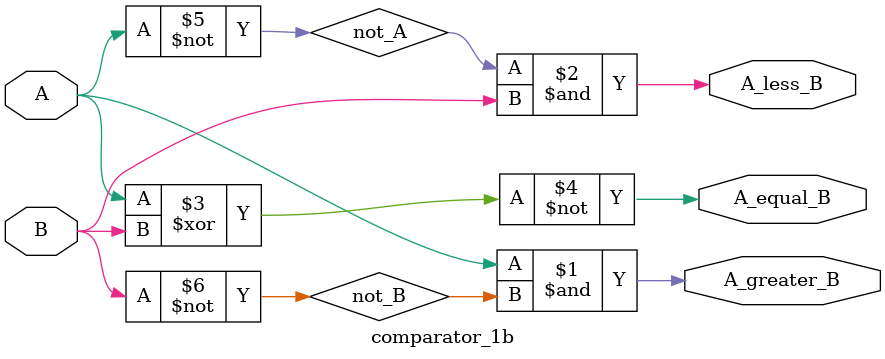
<source format=v>
/*
    VHDL Software: iVerilog
    Source: http://iverilog.icarus.com/
*/
module comparator_1b(A_greater_B, A_equal_B, A_less_B, A, B);

  output wire A_greater_B, A_equal_B, A_less_B;
  input wire A, B;
  
  wire not_A, not_B;
  
  not nA(not_A, A);
  not nB(not_B, B);
  
  and and_great(A_greater_B, A, not_B);
  and and_less(A_less_B, not_A, B);
  xnor xnor_eq(A_equal_B, A, B);

endmodule
</source>
